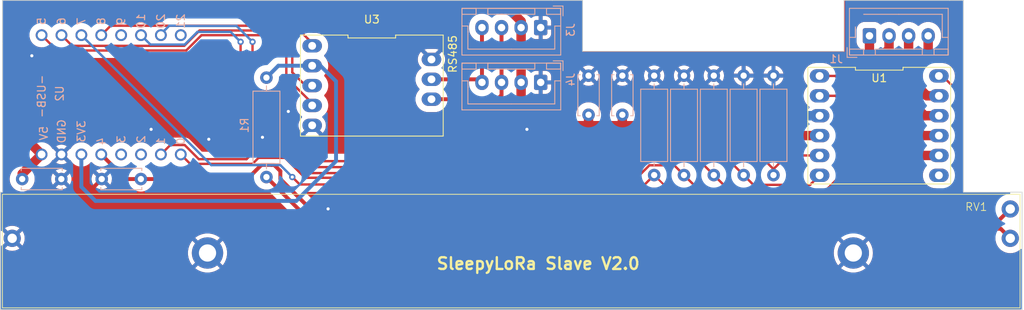
<source format=kicad_pcb>
(kicad_pcb (version 20221018) (generator pcbnew)
  (layers (0 "F.Cu" signal) (31 "B.Cu" signal) (34 "B.Paste" user) (35 "F.Paste" user) (36 "B.SilkS" user "B.Silkscreen") (37 "F.SilkS" user "F.Silkscreen") (38 "B.Mask" user) (39 "F.Mask" user) (44 "Edge.Cuts" user))
  (net 0 "")
  (net 1 "/Pot_wiper")
  (net 3 "/o1")
  (net 4 "/o2")
  (net 5 "/o3")
  (net 6 "/o4")
  (net 7 "/p1")
  (net 8 "/in4")
  (net 9 "/in3")
  (net 10 "/in2")
  (net 11 "/in1")
  (net 12 "/3v3")
  (net 13 "/GND2")
  (net 16 "/B")
  (net 17 "/A")
  (net 19 "/VCC1")
  (net 20 "/EEP")
  (net 22 "/TXD")
  (net 23 "/RXD")
  (net 24 "/EN")
  (footprint "Heltec:drv8833_module" (layer "F.Cu") (at 171.5 93 -90)
    (fp_text reference "U1" (at -6.075 0) (layer "F.SilkS"))
    (fp_text value "~")
    (fp_line (start -7.45 -3.04) (end -7.09 -3.04) (stroke (width 0.12)) (layer "F.SilkS"))
    (fp_line (start -7.45 3.039999) (end -7.45 9.12) (stroke (width 0.12)) (layer "F.SilkS"))
    (fp_line (start -7.45 9.12) (end 7.449999 9.12) (stroke (width 0.12)) (layer "F.SilkS"))
    (fp_line (start -7.449999 -9.12) (end -7.45 -3.04) (stroke (width 0.12)) (layer "F.SilkS"))
    (fp_line (start -7.09 -3.04) (end -7.09 3.039999) (stroke (width 0.12)) (layer "F.SilkS"))
    (fp_line (start -7.09 3.039999) (end -7.45 3.039999) (stroke (width 0.12)) (layer "F.SilkS"))
    (fp_line (start 7.449999 9.12) (end 7.45 -9.12) (stroke (width 0.12)) (layer "F.SilkS"))
    (fp_line (start 7.45 -9.12) (end -7.449999 -9.12) (stroke (width 0.12)) (layer "F.SilkS"))
    (pad "1" thru_hole oval (at -6.35 7.62 270) (size 1.7 2.5) (drill 1) (layers "*.Cu" "*.Mask") (net 8 "/in4"))
    (pad "2" thru_hole oval (at -3.81 7.62 270) (size 1.7 2.5) (drill 1) (layers "*.Cu" "*.Mask") (net 9 "/in3"))
    (pad "3" thru_hole oval (at -1.27 7.62 270) (size 1.7 2.5) (drill 1) (layers "*.Cu" "*.Mask") (net 13 "/GND2"))
    (pad "4" thru_hole oval (at 1.27 7.62 270) (size 1.7 2.5) (drill 1) (layers "*.Cu" "*.Mask") (net 19 "/VCC1"))
    (pad "5" thru_hole oval (at 3.81 7.62 270) (size 1.7 2.5) (drill 1) (layers "*.Cu" "*.Mask") (net 10 "/in2"))
    (pad "6" thru_hole oval (at 6.35 7.62 270) (size 1.7 2.5) (drill 1) (layers "*.Cu" "*.Mask") (net 11 "/in1"))
    (pad "7" thru_hole oval (at 6.35 -7.62 270) (size 1.7 2.5) (drill 1) (layers "*.Cu" "*.Mask"))
    (pad "8" thru_hole oval (at 3.81 -7.62 270) (size 1.7 2.5) (drill 1) (layers "*.Cu" "*.Mask") (net 6 "/o4"))
    (pad "9" thru_hole oval (at 1.27 -7.62 270) (size 1.7 2.5) (drill 1) (layers "*.Cu" "*.Mask") (net 5 "/o3"))
    (pad "10" thru_hole oval (at -1.27 -7.62 270) (size 1.7 2.5) (drill 1) (layers "*.Cu" "*.Mask") (net 4 "/o2"))
    (pad "11" thru_hole oval (at -3.81 -7.62 270) (size 1.7 2.5) (drill 1) (layers "*.Cu" "*.Mask") (net 3 "/o1"))
    (pad "12" thru_hole oval (at -6.35 -7.62 270) (size 1.7 2.5) (drill 1) (layers "*.Cu" "*.Mask") (net 20 "/EEP"))
  )
  (footprint "Heltec:RS485_3v3_module" (layer "F.Cu") (at 106.68 87.884 -90)
    (fp_text reference "U3" (at -8.45 0) (layer "F.SilkS"))
    (fp_text value "~")
    (fp_line (start -6.45 -9.12) (end -6.45 -3.04) (stroke (width 0.12)) (layer "F.SilkS"))
    (fp_line (start -6.45 -3.04) (end -6.09 -3.04) (stroke (width 0.12)) (layer "F.SilkS"))
    (fp_line (start -6.45 3.04) (end -6.45 9.12) (stroke (width 0.12)) (layer "F.SilkS"))
    (fp_line (start -6.45 9.12) (end 6.45 9.12) (stroke (width 0.12)) (layer "F.SilkS"))
    (fp_line (start -6.09 -3.04) (end -6.09 3.04) (stroke (width 0.12)) (layer "F.SilkS"))
    (fp_line (start -6.09 3.04) (end -6.45 3.04) (stroke (width 0.12)) (layer "F.SilkS"))
    (fp_line (start 6.45 -9.12) (end -6.45 -9.12) (stroke (width 0.12)) (layer "F.SilkS"))
    (fp_line (start 6.45 9.12) (end 6.45 -9.12) (stroke (width 0.12)) (layer "F.SilkS"))
    (pad "1" thru_hole oval (at -5.08 7.62 270) (size 1.7 2.5) (drill 1) (layers "*.Cu" "*.Mask") (net 24 "/EN"))
    (pad "2" thru_hole oval (at -2.54 7.62 270) (size 1.7 2.5) (drill 1) (layers "*.Cu" "*.Mask") (net 12 "/3v3"))
    (pad "3" thru_hole oval (at 0 7.62 270) (size 1.7 2.5) (drill 1) (layers "*.Cu" "*.Mask") (net 23 "/RXD"))
    (pad "4" thru_hole oval (at 2.54 7.62 270) (size 1.7 2.5) (drill 1) (layers "*.Cu" "*.Mask") (net 22 "/TXD"))
    (pad "5" thru_hole oval (at 5.08 7.62 270) (size 1.7 2.5) (drill 1) (layers "*.Cu" "*.Mask") (net 13 "/GND2"))
    (pad "6" thru_hole oval (at -3.34 -7.62 270) (size 1.7 2.5) (drill 1) (layers "*.Cu" "*.Mask") (net 13 "/GND2"))
    (pad "7" thru_hole oval (at -0.8 -7.62 270) (size 1.7 2.5) (drill 1) (layers "*.Cu" "*.Mask") (net 17 "/A"))
    (pad "8" thru_hole oval (at 1.74 -7.62 270) (size 1.7 2.5) (drill 1) (layers "*.Cu" "*.Mask") (net 16 "/B"))
  )
  (footprint "Heltec:linear_pot_128mm" (layer "F.Cu") (at 124.49 109.27)
    (fp_text reference "RV1" (at 59.406 -5.892 unlocked) (layer "F.SilkS") (effects (font (thickness 0.1))))
    (fp_text value "R_Potentiometer" hide)
    (fp_line (start -65 -7.5) (end -65 7) (stroke (width 0.1)) (layer "F.SilkS"))
    (fp_line (start -65 7) (end 65 7) (stroke (width 0.1)) (layer "F.SilkS"))
    (fp_line (start 65 -7.5) (end -65 -7.5) (stroke (width 0.1)) (layer "F.SilkS"))
    (fp_line (start 65 7) (end 65 -7.5) (stroke (width 0.1)) (layer "F.SilkS"))
    (pad "1" thru_hole circle (at 63.75 -1.875) (size 2.2 2.2) (drill 1.2) (layers "*.Cu" "*.Mask") (net 7 "/p1"))
    (pad "2" thru_hole circle (at 63.75 -5.625) (size 2.2 2.2) (drill 1.2) (layers "*.Cu" "*.Mask") (net 1 "/Pot_wiper"))
    (pad "3" thru_hole circle (at -63.75 -1.875) (size 2.2 2.2) (drill 1.2) (layers "*.Cu" "*.Mask") (net 13 "/GND2"))
    (pad "4" thru_hole circle (at -38.8 0) (size 4 4) (drill 2.2) (layers "*.Cu" "*.Mask") (net 13 "/GND2"))
    (pad "5" thru_hole circle (at 43.7 0) (size 4 4) (drill 2.2) (layers "*.Cu" "*.Mask") (net 13 "/GND2"))
  )
  (footprint "Resistor_THT:R_Axial_DIN0309_L9.0mm_D3.2mm_P12.70mm_Horizontal" (layer "B.Cu") (at 157.988 99.314 90)
    (fp_text reference "R3" hide)
    (fp_text value "10K" hide)
    (fp_line (start 1.04 0) (end 1.73 0) (stroke (width 0.12)) (layer "B.SilkS"))
    (fp_line (start 1.73 -1.72) (end 10.97 -1.72) (stroke (width 0.12)) (layer "B.SilkS"))
    (fp_line (start 1.73 1.72) (end 1.73 -1.72) (stroke (width 0.12)) (layer "B.SilkS"))
    (fp_line (start 10.97 -1.72) (end 10.97 1.72) (stroke (width 0.12)) (layer "B.SilkS"))
    (fp_line (start 10.97 1.72) (end 1.73 1.72) (stroke (width 0.12)) (layer "B.SilkS"))
    (fp_line (start 11.66 0) (end 10.97 0) (stroke (width 0.12)) (layer "B.SilkS"))
    (pad "1" thru_hole circle (at 0 0 90) (size 1.6 1.6) (drill 0.8) (layers "*.Cu" "*.Mask") (net 10 "/in2"))
    (pad "2" thru_hole oval (at 12.7 0 90) (size 1.6 1.6) (drill 0.8) (layers "*.Cu" "*.Mask") (net 13 "/GND2"))
  )
  (footprint "Connector_JST:JST_XH_B4B-XH-AM_1x04_P2.50mm_Vertical" (layer "B.Cu") (at 170.25 81.525)
    (fp_text reference "J1" (at -4.25 2.975 180) (layer "B.SilkS") (effects (justify mirror)))
    (fp_text value "Conn_01x04_Socket" hide)
    (fp_line (start -2.85 2.75) (end -2.85 1.5) (stroke (width 0.12)) (layer "B.SilkS"))
    (fp_line (start -2.56 -3.51) (end 10.06 -3.51) (stroke (width 0.12)) (layer "B.SilkS"))
    (fp_line (start -2.56 2.46) (end -2.56 -3.51) (stroke (width 0.12)) (layer "B.SilkS"))
    (fp_line (start -2.55 0.2) (end -1.8 0.2) (stroke (width 0.12)) (layer "B.SilkS"))
    (fp_line (start -2.55 1.7) (end -0.75 1.7) (stroke (width 0.12)) (layer "B.SilkS"))
    (fp_line (start -2.55 2.45) (end -2.55 1.7) (stroke (width 0.12)) (layer "B.SilkS"))
    (fp_line (start -1.8 0.2) (end -1.8 -1.14) (stroke (width 0.12)) (layer "B.SilkS"))
    (fp_line (start -1.6 2.75) (end -2.85 2.75) (stroke (width 0.12)) (layer "B.SilkS"))
    (fp_line (start -0.75 1.7) (end -0.75 2.45) (stroke (width 0.12)) (layer "B.SilkS"))
    (fp_line (start -0.75 2.45) (end -2.55 2.45) (stroke (width 0.12)) (layer "B.SilkS"))
    (fp_line (start 0.75 1.7) (end 6.75 1.7) (stroke (width 0.12)) (layer "B.SilkS"))
    (fp_line (start 0.75 2.45) (end 0.75 1.7) (stroke (width 0.12)) (layer "B.SilkS"))
    (fp_line (start 3.75 -2.75) (end -0.74 -2.75) (stroke (width 0.12)) (layer "B.SilkS"))
    (fp_line (start 6.75 1.7) (end 6.75 2.45) (stroke (width 0.12)) (layer "B.SilkS"))
    (fp_line (start 6.75 2.45) (end 0.75 2.45) (stroke (width 0.12)) (layer "B.SilkS"))
    (fp_line (start 8.25 1.7) (end 10.05 1.7) (stroke (width 0.12)) (layer "B.SilkS"))
    (fp_line (start 8.25 2.45) (end 8.25 1.7) (stroke (width 0.12)) (layer "B.SilkS"))
    (fp_line (start 9.3 -2.75) (end 3.75 -2.75) (stroke (width 0.12)) (layer "B.SilkS"))
    (fp_line (start 9.3 0.2) (end 9.3 -2.75) (stroke (width 0.12)) (layer "B.SilkS"))
    (fp_line (start 10.05 0.2) (end 9.3 0.2) (stroke (width 0.12)) (layer "B.SilkS"))
    (fp_line (start 10.05 1.7) (end 10.05 2.45) (stroke (width 0.12)) (layer "B.SilkS"))
    (fp_line (start 10.05 2.45) (end 8.25 2.45) (stroke (width 0.12)) (layer "B.SilkS"))
    (fp_line (start 10.06 -3.51) (end 10.06 2.46) (stroke (width 0.12)) (layer "B.SilkS"))
    (fp_line (start 10.06 2.46) (end -2.56 2.46) (stroke (width 0.12)) (layer "B.SilkS"))
    (pad "1" thru_hole roundrect (at 0 0) (size 1.7 1.95) (drill 0.95) (layers "*.Cu" "*.Mask") (roundrect_rratio 0.1470588235) (net 6 "/o4"))
    (pad "2" thru_hole oval (at 2.5 0) (size 1.7 1.95) (drill 0.95) (layers "*.Cu" "*.Mask") (net 5 "/o3"))
    (pad "3" thru_hole oval (at 5 0) (size 1.7 1.95) (drill 0.95) (layers "*.Cu" "*.Mask") (net 4 "/o2"))
    (pad "4" thru_hole oval (at 7.5 0) (size 1.7 1.95) (drill 0.95) (layers "*.Cu" "*.Mask") (net 3 "/o1"))
  )
  (footprint "Resistor_THT:R_Axial_DIN0309_L9.0mm_D3.2mm_P12.70mm_Horizontal" (layer "B.Cu") (at 142.748 86.614 -90)
    (fp_text reference "R6" hide)
    (fp_text value "10K" hide)
    (fp_line (start 1.04 0) (end 1.73 0) (stroke (width 0.12)) (layer "B.SilkS"))
    (fp_line (start 1.73 -1.72) (end 10.97 -1.72) (stroke (width 0.12)) (layer "B.SilkS"))
    (fp_line (start 1.73 1.72) (end 1.73 -1.72) (stroke (width 0.12)) (layer "B.SilkS"))
    (fp_line (start 10.97 -1.72) (end 10.97 1.72) (stroke (width 0.12)) (layer "B.SilkS"))
    (fp_line (start 10.97 1.72) (end 1.73 1.72) (stroke (width 0.12)) (layer "B.SilkS"))
    (fp_line (start 11.66 0) (end 10.97 0) (stroke (width 0.12)) (layer "B.SilkS"))
    (pad "1" thru_hole circle (at 0 0 270) (size 1.6 1.6) (drill 0.8) (layers "*.Cu" "*.Mask") (net 13 "/GND2"))
    (pad "2" thru_hole oval (at 12.7 0 270) (size 1.6 1.6) (drill 0.8) (layers "*.Cu" "*.Mask") (net 20 "/EEP"))
  )
  (footprint "Capacitor_THT:C_Disc_D5.0mm_W2.5mm_P5.00mm" (layer "B.Cu") (at 134.366 91.614 90)
    (fp_text reference "C1" hide)
    (fp_text value "C" hide)
    (fp_line (start -0.12 -1.37) (end 5.12 -1.37) (stroke (width 0.12)) (layer "B.SilkS"))
    (fp_line (start -0.12 -1.055) (end -0.12 -1.37) (stroke (width 0.12)) (layer "B.SilkS"))
    (fp_line (start -0.12 1.37) (end -0.12 1.055) (stroke (width 0.12)) (layer "B.SilkS"))
    (fp_line (start -0.12 1.37) (end 5.12 1.37) (stroke (width 0.12)) (layer "B.SilkS"))
    (fp_line (start 5.12 -1.055) (end 5.12 -1.37) (stroke (width 0.12)) (layer "B.SilkS"))
    (fp_line (start 5.12 1.37) (end 5.12 1.055) (stroke (width 0.12)) (layer "B.SilkS"))
    (pad "1" thru_hole circle (at 0 0 90) (size 1.6 1.6) (drill 0.8) (layers "*.Cu" "*.Mask") (net 19 "/VCC1"))
    (pad "2" thru_hole circle (at 5 0 90) (size 1.6 1.6) (drill 0.8) (layers "*.Cu" "*.Mask") (net 13 "/GND2"))
  )
  (footprint "Resistor_THT:R_Axial_DIN0309_L9.0mm_D3.2mm_P12.70mm_Horizontal" (layer "B.Cu") (at 150.368 86.614 -90)
    (fp_text reference "R5" hide)
    (fp_text value "10K" hide)
    (fp_line (start 1.04 0) (end 1.73 0) (stroke (width 0.12)) (layer "B.SilkS"))
    (fp_line (start 1.73 -1.72) (end 10.97 -1.72) (stroke (width 0.12)) (layer "B.SilkS"))
    (fp_line (start 1.73 1.72) (end 1.73 -1.72) (stroke (width 0.12)) (layer "B.SilkS"))
    (fp_line (start 10.97 -1.72) (end 10.97 1.72) (stroke (width 0.12)) (layer "B.SilkS"))
    (fp_line (start 10.97 1.72) (end 1.73 1.72) (stroke (width 0.12)) (layer "B.SilkS"))
    (fp_line (start 11.66 0) (end 10.97 0) (stroke (width 0.12)) (layer "B.SilkS"))
    (pad "1" thru_hole circle (at 0 0 270) (size 1.6 1.6) (drill 0.8) (layers "*.Cu" "*.Mask") (net 13 "/GND2"))
    (pad "2" thru_hole oval (at 12.7 0 270) (size 1.6 1.6) (drill 0.8) (layers "*.Cu" "*.Mask") (net 9 "/in3"))
  )
  (footprint "Capacitor_THT:C_Disc_D5.0mm_W2.5mm_P5.00mm" (layer "B.Cu") (at 77.176 99.822 180)
    (fp_text reference "C4" hide)
    (fp_text value "C" hide)
    (fp_line (start -0.12 -1.37) (end 5.12 -1.37) (stroke (width 0.12)) (layer "B.SilkS"))
    (fp_line (start -0.12 -1.055) (end -0.12 -1.37) (stroke (width 0.12)) (layer "B.SilkS"))
    (fp_line (start -0.12 1.37) (end -0.12 1.055) (stroke (width 0.12)) (layer "B.SilkS"))
    (fp_line (start -0.12 1.37) (end 5.12 1.37) (stroke (width 0.12)) (layer "B.SilkS"))
    (fp_line (start 5.12 -1.055) (end 5.12 -1.37) (stroke (width 0.12)) (layer "B.SilkS"))
    (fp_line (start 5.12 1.37) (end 5.12 1.055) (stroke (width 0.12)) (layer "B.SilkS"))
    (pad "1" thru_hole circle (at 0 0 180) (size 1.6 1.6) (drill 0.8) (layers "*.Cu" "*.Mask") (net 1 "/Pot_wiper"))
    (pad "2" thru_hole circle (at 5 0 180) (size 1.6 1.6) (drill 0.8) (layers "*.Cu" "*.Mask") (net 13 "/GND2"))
  )
  (footprint "Resistor_THT:R_Axial_DIN0309_L9.0mm_D3.2mm_P12.70mm_Horizontal" (layer "B.Cu") (at 93.218 99.568 90)
    (fp_text reference "R1" (at 6.604 -2.794 90) (layer "B.SilkS") (effects (justify mirror)))
    (fp_text value "10K")
    (fp_line (start 1.04 0) (end 1.73 0) (stroke (width 0.12)) (layer "B.SilkS"))
    (fp_line (start 1.73 -1.72) (end 10.97 -1.72) (stroke (width 0.12)) (layer "B.SilkS"))
    (fp_line (start 1.73 1.72) (end 1.73 -1.72) (stroke (width 0.12)) (layer "B.SilkS"))
    (fp_line (start 10.97 -1.72) (end 10.97 1.72) (stroke (width 0.12)) (layer "B.SilkS"))
    (fp_line (start 10.97 1.72) (end 1.73 1.72) (stroke (width 0.12)) (layer "B.SilkS"))
    (fp_line (start 11.66 0) (end 10.97 0) (stroke (width 0.12)) (layer "B.SilkS"))
    (pad "1" thru_hole circle (at 0 0 90) (size 1.6 1.6) (drill 0.8) (layers "*.Cu" "*.Mask") (net 7 "/p1"))
    (pad "2" thru_hole oval (at 12.7 0 90) (size 1.6 1.6) (drill 0.8) (layers "*.Cu" "*.Mask") (net 12 "/3v3"))
  )
  (footprint "Resistor_THT:R_Axial_DIN0309_L9.0mm_D3.2mm_P12.70mm_Horizontal" (layer "B.Cu") (at 154.178 99.314 90)
    (fp_text reference "R2" hide)
    (fp_text value "10K" hide)
    (fp_line (start 1.04 0) (end 1.73 0) (stroke (width 0.12)) (layer "B.SilkS"))
    (fp_line (start 1.73 -1.72) (end 10.97 -1.72) (stroke (width 0.12)) (layer "B.SilkS"))
    (fp_line (start 1.73 1.72) (end 1.73 -1.72) (stroke (width 0.12)) (layer "B.SilkS"))
    (fp_line (start 10.97 -1.72) (end 10.97 1.72) (stroke (width 0.12)) (layer "B.SilkS"))
    (fp_line (start 10.97 1.72) (end 1.73 1.72) (stroke (width 0.12)) (layer "B.SilkS"))
    (fp_line (start 11.66 0) (end 10.97 0) (stroke (width 0.12)) (layer "B.SilkS"))
    (pad "1" thru_hole circle (at 0 0 90) (size 1.6 1.6) (drill 0.8) (layers "*.Cu" "*.Mask") (net 11 "/in1"))
    (pad "2" thru_hole oval (at 12.7 0 90) (size 1.6 1.6) (drill 0.8) (layers "*.Cu" "*.Mask") (net 13 "/GND2"))
  )
  (footprint "Capacitor_THT:C_Disc_D5.0mm_W2.5mm_P5.00mm" (layer "B.Cu") (at 62.016 99.822)
    (fp_text reference "C2" hide)
    (fp_text value "C")
    (fp_line (start -0.12 -1.37) (end 5.12 -1.37) (stroke (width 0.12)) (layer "B.SilkS"))
    (fp_line (start -0.12 -1.055) (end -0.12 -1.37) (stroke (width 0.12)) (layer "B.SilkS"))
    (fp_line (start -0.12 1.37) (end -0.12 1.055) (stroke (width 0.12)) (layer "B.SilkS"))
    (fp_line (start -0.12 1.37) (end 5.12 1.37) (stroke (width 0.12)) (layer "B.SilkS"))
    (fp_line (start 5.12 -1.055) (end 5.12 -1.37) (stroke (width 0.12)) (layer "B.SilkS"))
    (fp_line (start 5.12 1.37) (end 5.12 1.055) (stroke (width 0.12)) (layer "B.SilkS"))
    (pad "1" thru_hole circle (at 0 0) (size 1.6 1.6) (drill 0.8) (layers "*.Cu" "*.Mask") (net 19 "/VCC1"))
    (pad "2" thru_hole circle (at 5 0) (size 1.6 1.6) (drill 0.8) (layers "*.Cu" "*.Mask") (net 13 "/GND2"))
  )
  (footprint "Connector_JST:JST_XH_B4B-XH-A_1x04_P2.50mm_Vertical" (layer "B.Cu") (at 128.25 87.475 180)
    (fp_text reference "J4" (at -3.83 0.353 270) (layer "B.SilkS") (effects (justify mirror)))
    (fp_text value "Conn_01x04_Socket" hide)
    (fp_line (start -2.85 2.75) (end -2.85 1.5) (stroke (width 0.12)) (layer "B.SilkS"))
    (fp_line (start -2.56 -3.51) (end 10.06 -3.51) (stroke (width 0.12)) (layer "B.SilkS"))
    (fp_line (start -2.56 2.46) (end -2.56 -3.51) (stroke (width 0.12)) (layer "B.SilkS"))
    (fp_line (start -2.55 0.2) (end -1.8 0.2) (stroke (width 0.12)) (layer "B.SilkS"))
    (fp_line (start -2.55 1.7) (end -0.75 1.7) (stroke (width 0.12)) (layer "B.SilkS"))
    (fp_line (start -2.55 2.45) (end -2.55 1.7) (stroke (width 0.12)) (layer "B.SilkS"))
    (fp_line (start -1.8 -2.75) (end 3.75 -2.75) (stroke (width 0.12)) (layer "B.SilkS"))
    (fp_line (start -1.8 0.2) (end -1.8 -2.75) (stroke (width 0.12)) (layer "B.SilkS"))
    (fp_line (start -1.6 2.75) (end -2.85 2.75) (stroke (width 0.12)) (layer "B.SilkS"))
    (fp_line (start -0.75 1.7) (end -0.75 2.45) (stroke (width 0.12)) (layer "B.SilkS"))
    (fp_line (start -0.75 2.45) (end -2.55 2.45) (stroke (width 0.12)) (layer "B.SilkS"))
    (fp_line (start 0.75 1.7) (end 6.75 1.7) (stroke (width 0.12)) (layer "B.SilkS"))
    (fp_line (start 0.75 2.45) (end 0.75 1.7) (stroke (width 0.12)) (layer "B.SilkS"))
    (fp_line (start 6.75 1.7) (end 6.75 2.45) (stroke (width 0.12)) (layer "B.SilkS"))
    (fp_line (start 6.75 2.45) (end 0.75 2.45) (stroke (width 0.12)) (layer "B.SilkS"))
    (fp_line (start 8.25 1.7) (end 10.05 1.7) (stroke (width 0.12)) (layer "B.SilkS"))
    (fp_line (start 8.25 2.45) (end 8.25 1.7) (stroke (width 0.12)) (layer "B.SilkS"))
    (fp_line (start 9.3 -2.75) (end 3.75 -2.75) (stroke (width 0.12)) (layer "B.SilkS"))
    (fp_line (start 9.3 0.2) (end 9.3 -2.75) (stroke (width 0.12)) (layer "B.SilkS"))
    (fp_line (start 10.05 0.2) (end 9.3 0.2) (stroke (width 0.12)) (layer "B.SilkS"))
    (fp_line (start 10.05 1.7) (end 10.05 2.45) (stroke (width 0.12)) (layer "B.SilkS"))
    (fp_line (start 10.05 2.45) (end 8.25 2.45) (stroke (width 0.12)) (layer "B.SilkS"))
    (fp_line (start 10.06 -3.51) (end 10.06 2.46) (stroke (width 0.12)) (layer "B.SilkS"))
    (fp_line (start 10.06 2.46) (end -2.56 2.46) (stroke (width 0.12)) (layer "B.SilkS"))
    (pad "1" thru_hole roundrect (at 0 0 180) (size 1.7 1.95) (drill 0.95) (layers "*.Cu" "*.Mask") (roundrect_rratio 0.1470588235) (net 13 "/GND2"))
    (pad "2" thru_hole oval (at 2.5 0 180) (size 1.7 1.95) (drill 0.95) (layers "*.Cu" "*.Mask") (net 19 "/VCC1"))
    (pad "3" thru_hole oval (at 5 0 180) (size 1.7 1.95) (drill 0.95) (layers "*.Cu" "*.Mask") (net 16 "/B"))
    (pad "4" thru_hole oval (at 7.5 0 180) (size 1.7 1.95) (drill 0.95) (layers "*.Cu" "*.Mask") (net 17 "/A"))
  )
  (footprint "Connector_JST:JST_XH_B4B-XH-A_1x04_P2.50mm_Vertical" (layer "B.Cu") (at 128.25 80.475 180)
    (fp_text reference "J3" (at -3.83 -0.297 90) (layer "B.SilkS") (effects (justify mirror)))
    (fp_text value "Conn_01x04_Socket" hide)
    (fp_line (start -2.85 2.75) (end -2.85 1.5) (stroke (width 0.12)) (layer "B.SilkS"))
    (fp_line (start -2.56 -3.51) (end 10.06 -3.51) (stroke (width 0.12)) (layer "B.SilkS"))
    (fp_line (start -2.56 2.46) (end -2.56 -3.51) (stroke (width 0.12)) (layer "B.SilkS"))
    (fp_line (start -2.55 0.2) (end -1.8 0.2) (stroke (width 0.12)) (layer "B.SilkS"))
    (fp_line (start -2.55 1.7) (end -0.75 1.7) (stroke (width 0.12)) (layer "B.SilkS"))
    (fp_line (start -2.55 2.45) (end -2.55 1.7) (stroke (width 0.12)) (layer "B.SilkS"))
    (fp_line (start -1.8 -2.75) (end 3.75 -2.75) (stroke (width 0.12)) (layer "B.SilkS"))
    (fp_line (start -1.8 0.2) (end -1.8 -2.75) (stroke (width 0.12)) (layer "B.SilkS"))
    (fp_line (start -1.6 2.75) (end -2.85 2.75) (stroke (width 0.12)) (layer "B.SilkS"))
    (fp_line (start -0.75 1.7) (end -0.75 2.45) (stroke (width 0.12)) (layer "B.SilkS"))
    (fp_line (start -0.75 2.45) (end -2.55 2.45) (stroke (width 0.12)) (layer "B.SilkS"))
    (fp_line (start 0.75 1.7) (end 6.75 1.7) (stroke (width 0.12)) (layer "B.SilkS"))
    (fp_line (start 0.75 2.45) (end 0.75 1.7) (stroke (width 0.12)) (layer "B.SilkS"))
    (fp_line (start 6.75 1.7) (end 6.75 2.45) (stroke (width 0.12)) (layer "B.SilkS"))
    (fp_line (start 6.75 2.45) (end 0.75 2.45) (stroke (width 0.12)) (layer "B.SilkS"))
    (fp_line (start 8.25 1.7) (end 10.05 1.7) (stroke (width 0.12)) (layer "B.SilkS"))
    (fp_line (start 8.25 2.45) (end 8.25 1.7) (stroke (width 0.12)) (layer "B.SilkS"))
    (fp_line (start 9.3 -2.75) (end 3.75 -2.75) (stroke (width 0.12)) (layer "B.SilkS"))
    (fp_line (start 9.3 0.2) (end 9.3 -2.75) (stroke (width 0.12)) (layer "B.SilkS"))
    (fp_line (start 10.05 0.2) (end 9.3 0.2) (stroke (width 0.12)) (layer "B.SilkS"))
    (fp_line (start 10.05 1.7) (end 10.05 2.45) (stroke (width 0.12)) (layer "B.SilkS"))
    (fp_line (start 10.05 2.45) (end 8.25 2.45) (stroke (width 0.12)) (layer "B.SilkS"))
    (fp_line (start 10.06 -3.51) (end 10.06 2.46) (stroke (width 0.12)) (layer "B.SilkS"))
    (fp_line (start 10.06 2.46) (end -2.56 2.46) (stroke (width 0.12)) (layer "B.SilkS"))
    (pad "1" thru_hole roundrect (at 0 0 180) (size 1.7 1.95) (drill 0.95) (layers "*.Cu" "*.Mask") (roundrect_rratio 0.1470588235) (net 13 "/GND2"))
    (pad "2" thru_hole oval (at 2.5 0 180) (size 1.7 1.95) (drill 0.95) (layers "*.Cu" "*.Mask") (net 19 "/VCC1"))
    (pad "3" thru_hole oval (at 5 0 180) (size 1.7 1.95) (drill 0.95) (layers "*.Cu" "*.Mask") (net 16 "/B"))
    (pad "4" thru_hole oval (at 7.5 0 180) (size 1.7 1.95) (drill 0.95) (layers "*.Cu" "*.Mask") (net 17 "/A"))
  )
  (footprint "esp32-c3:ESP32SUPERMINI_ESP32-SUPERMINI" (layer "B.Cu") (at 72.75 85.25 90)
    (fp_text reference "U2" (at -3.65 -5.948 -90) (layer "B.SilkS") (effects (justify mirror)))
    (fp_text value "ESP32SUPERMINI_ESP32-SUPERMINI" hide)
    (fp_text user "1" (at -9.746 6.985 -90) (layer "B.SilkS") (effects (justify mirror)))
    (fp_text user "GND" (at -8.476 -5.694 -90) (layer "B.SilkS") (effects (justify mirror)))
    (fp_text user "21" (at 5.588 9.525 -90) (layer "B.SilkS") (effects (justify mirror)))
    (fp_text user "5" (at 5.588 -8.255 -90) (layer "B.SilkS") (effects (justify mirror)))
    (fp_text user "0" (at -9.746 9.525 -90) (layer "B.SilkS") (effects (justify mirror)))
    (fp_text user "20" (at 5.588 6.985 -90) (layer "B.SilkS") (effects (justify mirror)))
    (fp_text user "8" (at 5.588 -0.635 -90) (layer "B.SilkS") (effects (justify mirror)))
    (fp_text user "9" (at 5.588 1.905 -90) (layer "B.SilkS") (effects (justify mirror)))
    (fp_text user "10" (at 5.588 4.445 -90) (layer "B.SilkS") (effects (justify mirror)))
    (fp_text user "3V3" (at -8.476 -3.175 -90) (layer "B.SilkS") (effects (justify mirror)))
    (fp_text user "6" (at 5.588 -5.715 -90) (layer "B.SilkS") (effects (justify mirror)))
    (fp_text user "-USB-" (at -4 -8.255 -90) (layer "B.SilkS") (effects (justify mirror)))
    (fp_text user "2" (at -9.492 4.466 -90) (layer "B.SilkS") (effects (justify mirror)))
    (fp_text user "5V" (at -8.73 -7.98 -90) (layer "B.SilkS") (effects (justify mirror)))
    (fp_text user "3" (at -9.492 1.926 -90) (layer "B.SilkS") (effects (justify mirror)))
    (fp_text user "7" (at 5.588 -3.175 -90) (layer "B.SilkS") (effects (justify mirror)))
    (fp_text user "4" (at -9.746 -0.614 -90) (layer "B.SilkS") (effects (justify mirror)))
    (pad "0" thru_hole circle (at -11.43 9.525 90) (size 1.508 1.508) (drill 1) (layers "*.Cu" "*.Mask") (net 8 "/in4"))
    (pad "1" thru_hole circle (at -11.43 6.985 90) (size 1.508 1.508) (drill 1) (layers "*.Cu" "*.Mask") (net 9 "/in3"))
    (pad "2" thru_hole circle (at -11.43 4.445 90) (size 1.508 1.508) (drill 1) (layers "*.Cu" "*.Mask"))
    (pad "3" thru_hole circle (at -11.43 1.905 90) (size 1.508 1.508) (drill 1) (layers "*.Cu" "*.Mask"))
    (pad "3V3" thru_hole circle (at -11.43 -3.175 90) (size 1.508 1.508) (drill 1) (layers "*.Cu" "*.Mask") (net 12 "/3v3"))
    (pad "4" thru_hole circle (at -11.43 -0.635 90) (size 1.508 1.508) (drill 1) (layers "*.Cu" "*.Mask") (net 1 "/Pot_wiper"))
    (pad "5" thru_hole circle (at 3.81 -8.255 90) (size 1.508 1.508) (drill 1) (layers "*.Cu" "*.Mask") (net 22 "/TXD"))
    (pad "5V" thru_hole circle (at -11.43 -8.255 90) (size 1.508 1.508) (drill 1) (layers "*.Cu" "*.Mask") (net 19 "/VCC1"))
    (pad "6" thru_hole circle (at 3.81 -5.715 90) (size 1.508 1.508) (drill 1) (layers "*.Cu" "*.Mask") (net 23 "/RXD"))
    (pad "7" thru_hole circle (at 3.81 -3.175 90) (size 1.508 1.508) (drill 1) (layers "*.Cu" "*.Mask") (net 20 "/EEP"))
    (pad "8" thru_hole circle (at 3.81 -0.635 90) (size 1.508 1.508) (drill 1) (layers "*.Cu" "*.Mask") (net 24 "/EN"))
    (pad "9" thru_hole circle (at 3.81 1.905 90) (size 1.508 1.508) (drill 1) (layers "*.Cu" "*.Mask"))
    (pad "10" thru_hole circle (at 3.81 4.445 90) (size 1.508 1.508) (drill 1) (layers "*.Cu" "*.Mask") (net 11 "/in1"))
    (pad "20" thru_hole circle (at 3.81 6.985 90) (size 1.508 1.508) (drill 1) (layers "*.Cu" "*.Mask") (net 10 "/in2"))
    (pad "21" thru_hole circle (at 3.81 9.525 90) (size 1.508 1.508) (drill 1) (layers "*.Cu" "*.Mask"))
    (pad "GND" thru_hole circle (at -11.43 -5.715 90) (size 1.508 1.508) (drill 1) (layers "*.Cu" "*.Mask") (net 13 "/GND2"))
  )
  (footprint "Resistor_THT:R_Axial_DIN0309_L9.0mm_D3.2mm_P12.70mm_Horizontal" (layer "B.Cu") (at 146.558 86.614 -90)
    (fp_text reference "R4" hide)
    (fp_text value "10K" hide)
    (fp_line (start 1.04 0) (end 1.73 0) (stroke (width 0.12)) (layer "B.SilkS"))
    (fp_line (start 1.73 -1.72) (end 10.97 -1.72) (stroke (width 0.12)) (layer "B.SilkS"))
    (fp_line (start 1.73 1.72) (end 1.73 -1.72) (stroke (width 0.12)) (layer "B.SilkS"))
    (fp_line (start 10.97 -1.72) (end 10.97 1.72) (stroke (width 0.12)) (layer "B.SilkS"))
    (fp_line (start 10.97 1.72) (end 1.73 1.72) (stroke (width 0.12)) (layer "B.SilkS"))
    (fp_line (start 11.66 0) (end 10.97 0) (stroke (width 0.12)) (layer "B.SilkS"))
    (pad "1" thru_hole circle (at 0 0 270) (size 1.6 1.6) (drill 0.8) (layers "*.Cu" "*.Mask") (net 13 "/GND2"))
    (pad "2" thru_hole oval (at 12.7 0 270) (size 1.6 1.6) (drill 0.8) (layers "*.Cu" "*.Mask") (net 8 "/in4"))
  )
  (footprint "Capacitor_THT:C_Disc_D5.0mm_W2.5mm_P5.00mm" (layer "B.Cu") (at 138.684 91.614 90)
    (fp_text reference "C3" hide)
    (fp_text value "C" hide)
    (fp_line (start -0.12 -1.37) (end 5.12 -1.37) (stroke (width 0.12)) (layer "B.SilkS"))
    (fp_line (start -0.12 -1.055) (end -0.12 -1.37) (stroke (width 0.12)) (layer "B.SilkS"))
    (fp_line (start -0.12 1.37) (end -0.12 1.055) (stroke (width 0.12)) (layer "B.SilkS"))
    (fp_line (start -0.12 1.37) (end 5.12 1.37) (stroke (width 0.12)) (layer "B.SilkS"))
    (fp_line (start 5.12 -1.055) (end 5.12 -1.37) (stroke (width 0.12)) (layer "B.SilkS"))
    (fp_line (start 5.12 1.37) (end 5.12 1.055) (stroke (width 0.12)) (layer "B.SilkS"))
    (pad "1" thru_hole circle (at 0 0 90) (size 1.6 1.6) (drill 0.8) (layers "*.Cu" "*.Mask") (net 19 "/VCC1"))
    (pad "2" thru_hole circle (at 5 0 90) (size 1.6 1.6) (drill 0.8) (layers "*.Cu" "*.Mask") (net 13 "/GND2"))
  )
  (gr_line (start 182.25 77) (end 180.5 77) (stroke (width 0.1)) (layer "Edge.Cuts"))
  (gr_line (start 59.5 82.5) (end 59.5 82.5) (stroke (width 0.1)) (layer "Edge.Cuts"))
  (gr_line (start 167 83.5) (end 167 77) (stroke (width 0.1)) (layer "Edge.Cuts"))
  (gr_line (start 59.25 101.5) (end 59.25 116.5) (stroke (width 0.1)) (layer "Edge.Cuts"))
  (gr_line (start 180.5 77) (end 167 77) (stroke (width 0.1)) (layer "Edge.Cuts"))
  (gr_line (start 129.75 77) (end 59.5 77) (stroke (width 0.1)) (layer "Edge.Cuts"))
  (gr_line (start 133.604 77) (end 133.604 83.5) (stroke (width 0.1)) (layer "Edge.Cuts"))
  (gr_line (start 59.5 82.5) (end 59.5 97) (stroke (width 0.1)) (layer "Edge.Cuts"))
  (gr_line (start 59.5 97) (end 59.5 101.5) (stroke (width 0.1)) (layer "Edge.Cuts"))
  (gr_line (start 189.75 116.5) (end 189.75 101.5) (stroke (width 0.1)) (layer "Edge.Cuts"))
  (gr_line (start 182.25 101.5) (end 182.25 77) (stroke (width 0.1)) (layer "Edge.Cuts"))
  (gr_line (start 133.604 77) (end 129.75 77) (stroke (width 0.1)) (layer "Edge.Cuts"))
  (gr_line (start 59.5 101.5) (end 59.25 101.5) (stroke (width 0.1)) (layer "Edge.Cuts"))
  (gr_line (start 133.604 83.5) (end 167 83.5) (stroke (width 0.1)) (layer "Edge.Cuts"))
  (gr_line (start 189.75 101.5) (end 182.25 101.5) (stroke (width 0.1)) (layer "Edge.Cuts"))
  (gr_line (start 59.5 77) (end 59.5 82.5) (stroke (width 0.1)) (layer "Edge.Cuts"))
  (gr_line (start 59.25 116.5) (end 189.75 116.5) (stroke (width 0.1)) (layer "Edge.Cuts"))
  (gr_text "RS485" (at 117.602 86.36 90) (layer "F.SilkS") (effects (font (size 1 1)) (justify left bottom)))
  (gr_text "SleepyLoRa Slave V2.0" (at 114.808 111.506) (layer "F.SilkS") (effects (font (size 1.5 1.5) (thickness 0.3) bold) (justify left bottom)))
  (segment (start 90.771968 99.822) (end 92.575968 98.018) (width 0.5) (layer "F.Cu") (net 1))
  (segment (start 72.115 96.68) (end 75.257 99.822) (width 0.5) (layer "F.Cu") (net 1))
  (segment (start 186.729 105.156) (end 188.24 103.645) (width 0.5) (layer "F.Cu") (net 1))
  (segment (start 75.257 99.822) (end 77.176 99.822) (width 0.5) (layer "F.Cu") (net 1))
  (segment (start 77.176 99.822) (end 90.771968 99.822) (width 0.5) (layer "F.Cu") (net 1))
  (segment (start 94.21 98.02) (end 94.996 98.806) (width 0.5) (layer "F.Cu") (net 1))
  (segment (start 93.862032 98.02) (end 94.21 98.02) (width 0.5) (layer "F.Cu") (net 1))
  (segment (start 94.996 99.822) (end 100.33 105.156) (width 0.5) (layer "F.Cu") (net 1))
  (segment (start 100.33 105.156) (end 186.729 105.156) (width 0.5) (layer "F.Cu") (net 1))
  (segment (start 94.996 98.806) (end 94.996 99.822) (width 0.5) (layer "F.Cu") (net 1))
  (segment (start 93.860032 98.018) (end 93.862032 98.02) (width 0.5) (layer "F.Cu") (net 1))
  (segment (start 92.575968 98.018) (end 93.860032 98.018) (width 0.5) (layer "F.Cu") (net 1))
  (segment (start 176.47 85.15) (end 176.47 88.078) (width 1.2) (layer "F.Cu") (net 3))
  (segment (start 176.47 88.078) (end 177.582 89.19) (width 1.2) (layer "F.Cu") (net 3))
  (segment (start 177.582 89.19) (end 179.12 89.19) (width 1.2) (layer "F.Cu") (net 3))
  (segment (start 177.75 83.87) (end 176.47 85.15) (width 1.2) (layer "F.Cu") (net 3))
  (segment (start 177.75 81.525) (end 177.75 83.87) (width 1.2) (layer "F.Cu") (net 3))
  (segment (start 177.293572 91.73) (end 179.12 91.73) (width 1.2) (layer "F.Cu") (net 4))
  (segment (start 174.47 84.321573) (end 174.47 88.906428) (width 1.2) (layer "F.Cu") (net 4))
  (segment (start 174.47 88.906428) (end 177.293572 91.73) (width 1.2) (layer "F.Cu") (net 4))
  (segment (start 175.25 83.541572) (end 174.47 84.321573) (width 1.2) (layer "F.Cu") (net 4))
  (segment (start 175.25 81.525) (end 175.25 83.541572) (width 1.2) (layer "F.Cu") (net 4))
  (segment (start 172.75 83.213147) (end 172.47 83.493147) (width 1.2) (layer "F.Cu") (net 5))
  (segment (start 177.005145 94.27) (end 179.12 94.27) (width 1.2) (layer "F.Cu") (net 5))
  (segment (start 172.470001 89.734856) (end 177.005145 94.27) (width 1.2) (layer "F.Cu") (net 5))
  (segment (start 172.47 83.493147) (end 172.470001 89.734856) (width 1.2) (layer "F.Cu") (net 5))
  (segment (start 172.75 81.525) (end 172.75 83.213147) (width 1.2) (layer "F.Cu") (net 5))
  (segment (start 170.25 90.343281) (end 176.716719 96.81) (width 1.2) (layer "F.Cu") (net 6))
  (segment (start 176.716719 96.81) (end 179.12 96.81) (width 1.2) (layer "F.Cu") (net 6))
  (segment (start 170.25 81.525) (end 170.25 90.343281) (width 1.2) (layer "F.Cu") (net 6))
  (segment (start 93.218 99.568) (end 99.822 106.172) (width 0.5) (layer "F.Cu") (net 7))
  (segment (start 187.017 106.172) (end 188.24 107.395) (width 0.5) (layer "F.Cu") (net 7))
  (segment (start 99.822 106.172) (end 187.017 106.172) (width 0.5) (layer "F.Cu") (net 7))
  (segment (start 145.308 98.064) (end 146.558 99.314) (width 0.3) (layer "F.Cu") (net 8))
  (segment (start 82.275 96.68) (end 83.477 97.882) (width 0.3) (layer "F.Cu") (net 8))
  (segment (start 95.594 97.118) (end 98.136 99.66) (width 0.3) (layer "F.Cu") (net 8))
  (segment (start 164.846 102.108) (end 149.352 102.108) (width 0.3) (layer "F.Cu") (net 8))
  (segment (start 91.439176 97.882) (end 92.203176 97.118) (width 0.3) (layer "F.Cu") (net 8))
  (segment (start 149.352 102.108) (end 146.558 99.314) (width 0.3) (layer "F.Cu") (net 8))
  (segment (start 92.203176 97.118) (end 95.594 97.118) (width 0.3) (layer "F.Cu") (net 8))
  (segment (start 142.139056 98.064) (end 145.308 98.064) (width 0.3) (layer "F.Cu") (net 8))
  (segment (start 165.898 86.65) (end 167.386 88.138) (width 0.3) (layer "F.Cu") (net 8))
  (segment (start 83.477 97.882) (end 91.439176 97.882) (width 0.3) (layer "F.Cu") (net 8))
  (segment (start 167.386 99.568) (end 164.846 102.108) (width 0.3) (layer "F.Cu") (net 8))
  (segment (start 140.543056 99.66) (end 142.139056 98.064) (width 0.3) (layer "F.Cu") (net 8))
  (segment (start 167.386 88.138) (end 167.386 99.568) (width 0.3) (layer "F.Cu") (net 8))
  (segment (start 98.136 99.66) (end 140.543056 99.66) (width 0.3) (layer "F.Cu") (net 8))
  (segment (start 163.88 86.65) (end 165.898 86.65) (width 0.3) (layer "F.Cu") (net 8))
  (segment (start 98.806 99.06) (end 140.294528 99.06) (width 0.3) (layer "F.Cu") (net 9))
  (segment (start 96.012 96.266) (end 98.806 99.06) (width 0.3) (layer "F.Cu") (net 9))
  (segment (start 148.518 97.464) (end 150.368 99.314) (width 0.3) (layer "F.Cu") (net 9))
  (segment (start 152.4 101.346) (end 150.368 99.314) (width 0.3) (layer "F.Cu") (net 9))
  (segment (start 166.624 99.314) (end 164.592 101.346) (width 0.3) (layer "F.Cu") (net 9))
  (segment (start 165.898 89.19) (end 166.624 89.916) (width 0.3) (layer "F.Cu") (net 9))
  (segment (start 84.579714 97.282) (end 90.678 97.282) (width 0.3) (layer "F.Cu") (net 9))
  (segment (start 82.773714 95.476) (end 84.579714 97.282) (width 0.3) (layer "F.Cu") (net 9))
  (segment (start 141.890528 97.464) (end 148.518 97.464) (width 0.3) (layer "F.Cu") (net 9))
  (segment (start 140.294528 99.06) (end 141.890528 97.464) (width 0.3) (layer "F.Cu") (net 9))
  (segment (start 80.939 95.476) (end 82.773714 95.476) (width 0.3) (layer "F.Cu") (net 9))
  (segment (start 166.624 89.916) (end 166.624 99.314) (width 0.3) (layer "F.Cu") (net 9))
  (segment (start 163.88 89.19) (end 165.898 89.19) (width 0.3) (layer "F.Cu") (net 9))
  (segment (start 91.694 96.266) (end 96.012 96.266) (width 0.3) (layer "F.Cu") (net 9))
  (segment (start 79.735 96.68) (end 80.939 95.476) (width 0.3) (layer "F.Cu") (net 9))
  (segment (start 90.678 97.282) (end 91.694 96.266) (width 0.3) (layer "F.Cu") (net 9))
  (segment (start 164.592 101.346) (end 152.4 101.346) (width 0.3) (layer "F.Cu") (net 9))
  (segment (start 157.988 98.552) (end 157.988 99.314) (width 0.3) (layer "F.Cu") (net 10))
  (segment (start 163.88 96.81) (end 159.73 96.81) (width 0.3) (layer "F.Cu") (net 10))
  (segment (start 91.44 82.296) (end 91.44 89.789) (width 0.3) (layer "F.Cu") (net 10))
  (segment (start 155.7 96.264) (end 157.988 98.552) (width 0.3) (layer "F.Cu") (net 10))
  (segment (start 139.192 97.536) (end 140.464 96.264) (width 0.3) (layer "F.Cu") (net 10))
  (segment (start 140.464 96.264) (end 155.7 96.264) (width 0.3) (layer "F.Cu") (net 10))
  (segment (start 159.73 96.81) (end 157.988 98.552) (width 0.3) (layer "F.Cu") (net 10))
  (segment (start 99.187 97.536) (end 139.192 97.536) (width 0.3) (layer "F.Cu") (net 10))
  (segment (start 91.44 89.789) (end 99.187 97.536) (width 0.3) (layer "F.Cu") (net 10))
  (via (at 91.44 82.296) (size 0.8) (drill 0.4) (layers "F.Cu" "B.Cu") (net 10))
  (segment (start 82.801714 80.264) (end 89.408 80.264) (width 0.3) (layer "B.Cu") (net 10))
  (segment (start 79.735 81.301) (end 80.8 80.236) (width 0.3) (layer "B.Cu") (net 10))
  (segment (start 79.735 81.44) (end 79.735 81.301) (width 0.3) (layer "B.Cu") (net 10))
  (segment (start 89.408 80.264) (end 91.44 82.296) (width 0.3) (layer "B.Cu") (net 10))
  (segment (start 80.8 80.236) (end 82.773714 80.236) (width 0.3) (layer "B.Cu") (net 10))
  (segment (start 82.773714 80.236) (end 82.801714 80.264) (width 0.3) (layer "B.Cu") (net 10))
  (segment (start 99.06 98.298) (end 139.446 98.298) (width 0.3) (layer "F.Cu") (net 11))
  (segment (start 89.916 89.154) (end 99.06 98.298) (width 0.3) (layer "F.Cu") (net 11))
  (segment (start 140.88 96.864) (end 151.728 96.864) (width 0.3) (layer "F.Cu") (net 11))
  (segment (start 163.88 99.35) (end 163.88 99.75) (width 0.3) (layer "F.Cu") (net 11))
  (segment (start 139.446 98.298) (end 140.88 96.864) (width 0.3) (layer "F.Cu") (net 11))
  (segment (start 151.728 96.864) (end 154.178 99.314) (width 0.3) (layer "F.Cu") (net 11))
  (segment (start 155.428 100.564) (end 154.178 99.314) (width 0.3) (layer "F.Cu") (net 11))
  (segment (start 163.88 99.35) (end 162.666 100.564) (width 0.3) (layer "F.Cu") (net 11))
  (segment (start 162.666 100.564) (end 155.428 100.564) (width 0.3) (layer "F.Cu") (net 11))
  (segment (start 89.916 82.296) (end 89.916 89.154) (width 0.3) (layer "F.Cu") (net 11))
  (via (at 89.916 82.296) (size 0.8) (drill 0.4) (layers "F.Cu" "B.Cu") (net 11))
  (segment (start 78.399 82.644) (end 82.773714 82.644) (width 0.3) (layer "B.Cu") (net 11))
  (segment (start 77.195 81.44) (end 78.399 82.644) (width 0.3) (layer "B.Cu") (net 11))
  (segment (start 82.773714 82.644) (end 84.391714 81.026) (width 0.3) (layer "B.Cu") (net 11))
  (segment (start 88.646 81.026) (end 89.916 82.296) (width 0.3) (layer "B.Cu") (net 11))
  (segment (start 84.391714 81.026) (end 88.646 81.026) (width 0.3) (layer "B.Cu") (net 11))
  (segment (start 102.108 97.536) (end 102.108 87.342) (width 0.5) (layer "B.Cu") (net 12))
  (segment (start 94.742 85.344) (end 93.218 86.868) (width 0.5) (layer "B.Cu") (net 12))
  (segment (start 71.374 102.616) (end 97.028 102.616) (width 0.5) (layer "B.Cu") (net 12))
  (segment (start 69.575 100.817) (end 71.374 102.616) (width 0.5) (layer "B.Cu") (net 12))
  (segment (start 99.06 85.344) (end 94.742 85.344) (width 0.5) (layer "B.Cu") (net 12))
  (segment (start 69.575 96.68) (end 69.575 100.817) (width 0.5) (layer "B.Cu") (net 12))
  (segment (start 102.108 87.342) (end 100.11 85.344) (width 0.5) (layer "B.Cu") (net 12))
  (segment (start 97.028 102.616) (end 102.108 97.536) (width 0.5) (layer "B.Cu") (net 12))
  (segment (start 100.11 85.344) (end 99.06 85.344) (width 0.5) (layer "B.Cu") (net 12))
  (via (at 92.71 94.488) (size 0.8) (drill 0.4) (layers "F.Cu" "B.Cu") (net 13))
  (via (at 63.246 84.074) (size 0.8) (drill 0.4) (layers "F.Cu" "B.Cu") (net 13))
  (via (at 78.486 93.472) (size 0.8) (drill 0.4) (layers "F.Cu" "B.Cu") (net 13))
  (via (at 96.012 91.186) (size 0.8) (drill 0.4) (layers "F.Cu" "B.Cu") (net 13))
  (via (at 85.852 94.742) (size 0.8) (drill 0.4) (layers "F.Cu" "B.Cu") (net 13))
  (via (at 126.492 93.472) (size 0.8) (drill 0.4) (layers "F.Cu" "B.Cu") (net 13))
  (via (at 101.092 103.632) (size 0.8) (drill 0.4) (layers "F.Cu" "B.Cu") (net 13))
  (segment (start 163.88 91.73) (end 160.564 91.73) (width 1.2) (layer "B.Cu") (net 13))
  (segment (start 123.25 89.094) (end 123.25 87.475) (width 0.5) (layer "F.Cu") (net 16))
  (segment (start 123.25 83.312) (end 123.25 87.475) (width 0.5) (layer "F.Cu") (net 16))
  (segment (start 123.25 80.475) (end 123.25 82.296) (width 0.5) (layer "F.Cu") (net 16))
  (segment (start 122.72 89.624) (end 123.25 89.094) (width 0.5) (layer "F.Cu") (net 16))
  (segment (start 114.3 89.624) (end 122.72 89.624) (width 0.5) (layer "F.Cu") (net 16))
  (segment (start 123.25 82.296) (end 123.25 83.312) (width 0.5) (layer "F.Cu") (net 16))
  (segment (start 120.75 80.475) (end 120.75 87.475) (width 0.5) (layer "F.Cu") (net 17))
  (segment (start 120.359 87.084) (end 120.75 87.475) (width 0.5) (layer "F.Cu") (net 17))
  (segment (start 114.3 87.084) (end 120.359 87.084) (width 0.5) (layer "F.Cu") (net 17))
  (segment (start 120.613 87.338) (end 120.75 87.475) (width 0.5) (layer "B.Cu") (net 17))
  (segment (start 63.886 78.1) (end 61.214 80.772) (width 1.2) (layer "F.Cu") (net 19))
  (segment (start 159.04 94.27) (end 163.88 94.27) (width 1.2) (layer "F.Cu") (net 19))
  (segment (start 61.214 93.399) (end 64.495 96.68) (width 1.2) (layer "F.Cu") (net 19))
  (segment (start 138.684 93.008) (end 157.778 93.008) (width 1.2) (layer "F.Cu") (net 19))
  (segment (start 61.214 80.772) (end 61.214 93.399) (width 1.2) (layer "F.Cu") (net 19))
  (segment (start 134.366 93.008) (end 138.684 93.008) (width 1.2) (layer "F.Cu") (net 19))
  (segment (start 125.75 87.475) (end 125.75 80.475) (width 1.2) (layer "F.Cu") (net 19))
  (segment (start 157.778 93.008) (end 159.04 94.27) (width 1.2) (layer "F.Cu") (net 19))
  (segment (start 138.684 91.614) (end 138.684 93.008) (width 1.2) (layer "F.Cu") (net 19))
  (segment (start 125.75 87.475) (end 125.75 89.4) (width 1.2) (layer "F.Cu") (net 19))
  (segment (start 134.366 91.614) (end 134.366 93.008) (width 1.2) (layer "F.Cu") (net 19))
  (segment (start 62.016 99.159) (end 64.495 96.68) (width 1.2) (layer "F.Cu") (net 19))
  (segment (start 125.75 79.668019) (end 124.181981 78.1) (width 1.2) (layer "F.Cu") (net 19))
  (segment (start 129.358 93.008) (end 134.366 93.008) (width 1.2) (layer "F.Cu") (net 19))
  (segment (start 62.016 99.822) (end 62.016 99.159) (width 1.2) (layer "F.Cu") (net 19))
  (segment (start 125.75 80.475) (end 125.75 79.668019) (width 1.2) (layer "F.Cu") (net 19))
  (segment (start 125.75 89.4) (end 129.358 93.008) (width 1.2) (layer "F.Cu") (net 19))
  (segment (start 124.181981 78.1) (end 63.886 78.1) (width 1.2) (layer "F.Cu") (net 19))
  (segment (start 181.356 88.436) (end 181.356 100.076) (width 0.3) (layer "F.Cu") (net 20))
  (segment (start 178.562 102.87) (end 146.304 102.87) (width 0.3) (layer "F.Cu") (net 20))
  (segment (start 181.356 100.076) (end 178.562 102.87) (width 0.3) (layer "F.Cu") (net 20))
  (segment (start 179.57 86.65) (end 181.356 88.436) (width 0.3) (layer "F.Cu") (net 20))
  (segment (start 97.466 100.514) (end 96.52 99.568) (width 0.3) (layer "F.Cu") (net 20))
  (segment (start 146.304 102.87) (end 145.793 102.359) (width 0.3) (layer "F.Cu") (net 20))
  (segment (start 179.12 86.65) (end 179.57 86.65) (width 0.25) (layer "F.Cu") (net 20))
  (segment (start 142.748 99.314) (end 141.548 100.514) (width 0.3) (layer "F.Cu") (net 20))
  (segment (start 145.793 102.359) (end 142.748 99.314) (width 0.25) (layer "F.Cu") (net 20))
  (segment (start 141.548 100.514) (end 97.466 100.514) (width 0.3) (layer "F.Cu") (net 20))
  (via (at 96.52 99.568) (size 0.8) (drill 0.4) (layers "F.Cu" "B.Cu") (net 20))
  (segment (start 69.575 81.44) (end 86.179 98.044) (width 0.3) (layer "B.Cu") (net 20))
  (segment (start 179.12 86.65) (end 178.67 86.65) (width 0.25) (layer "B.Cu") (net 20))
  (segment (start 94.996 98.044) (end 96.52 99.568) (width 0.3) (layer "B.Cu") (net 20))
  (segment (start 86.179 98.044) (end 94.996 98.044) (width 0.3) (layer "B.Cu") (net 20))
  (segment (start 95.758 83.058) (end 95.758 86.841188) (width 0.3) (layer "F.Cu") (net 22))
  (segment (start 66.459 83.404) (end 82.966 83.404) (width 0.3) (layer "F.Cu") (net 22))
  (segment (start 94.146 81.446) (end 95.758 83.058) (width 0.3) (layer "F.Cu") (net 22))
  (segment (start 84.924 81.446) (end 94.146 81.446) (width 0.3) (layer "F.Cu") (net 22))
  (segment (start 99.06 90.019273) (end 99.06 90.424) (width 0.25) (layer "F.Cu") (net 22))
  (segment (start 64.495 81.44) (end 66.459 83.404) (width 0.3) (layer "F.Cu") (net 22))
  (segment (start 95.758 86.841188) (end 98.936085 90.019273) (width 0.3) (layer "F.Cu") (net 22))
  (segment (start 82.966 83.404) (end 84.924 81.446) (width 0.3) (layer "F.Cu") (net 22))
  (segment (start 98.936085 90.019273) (end 99.06 90.019273) (width 0.3) (layer "F.Cu") (net 22))
  (segment (start 84.675472 80.846) (end 94.816 80.846) (width 0.3) (layer "F.Cu") (net 23))
  (segment (start 96.52 86.194) (end 98.21 87.884) (width 0.3) (layer "F.Cu") (net 23))
  (segment (start 82.717472 82.804) (end 84.675472 80.846) (width 0.3) (layer "F.Cu") (net 23))
  (segment (start 94.816 80.846) (end 96.52 82.55) (width 0.3) (layer "F.Cu") (net 23))
  (segment (start 67.035 81.44) (end 68.399 82.804) (width 0.3) (layer "F.Cu") (net 23))
  (segment (start 68.399 82.804) (end 82.717472 82.804) (width 0.3) (layer "F.Cu") (net 23))
  (segment (start 96.52 82.55) (end 96.52 86.194) (width 0.3) (layer "F.Cu") (net 23))
  (segment (start 98.21 87.884) (end 99.06 87.884) (width 0.3) (layer "F.Cu") (net 23))
  (segment (start 96.842 80.236) (end 99.06 82.454) (width 0.3) (layer "F.Cu") (net 24))
  (segment (start 99.06 82.454) (end 99.06 82.804) (width 0.3) (layer "F.Cu") (net 24))
  (segment (start 72.115 81.44) (end 73.319 80.236) (width 0.3) (layer "F.Cu") (net 24))
  (segment (start 73.319 80.236) (end 96.842 80.236) (width 0.3) (layer "F.Cu") (net 24))
  (zone (net 13) (net_name "/GND2") (layer "F.Cu") (connect_pads (clearance 0.8)) (min_thickness 0.3) (fill yes (thermal_gap 0.5) (thermal_bridge_width 0.5))
    (polygon (pts (xy 59.5 77) (xy 59.5 82.5) (xy 59.5 101.5) (xy 59.25 101.5) (xy 59.25 116.5) (xy 189.75 116.5) (xy 189.75 101.5) (xy 182.25 101.5) (xy 182.25 77) (xy 167 77) (xy 167 83.5) (xy 133.554 83.5) (xy 133.554 77)))
  )
  (zone (net 13) (net_name "/GND2") (layer "B.Cu") (priority 1) (connect_pads (clearance 0.8)) (min_thickness 0.25) (fill yes (thermal_gap 0.5) (thermal_bridge_width 0.5))
    (polygon (pts (xy 133.604 76.962) (xy 133.604 83.566) (xy 167.132 83.566) (xy 167.132 76.962) (xy 182.372 76.962) (xy 182.372 101.346) (xy 189.992 101.346) (xy 189.992 116.586) (xy 59.182 116.586) (xy 59.436 76.962)))
  )
)
</source>
